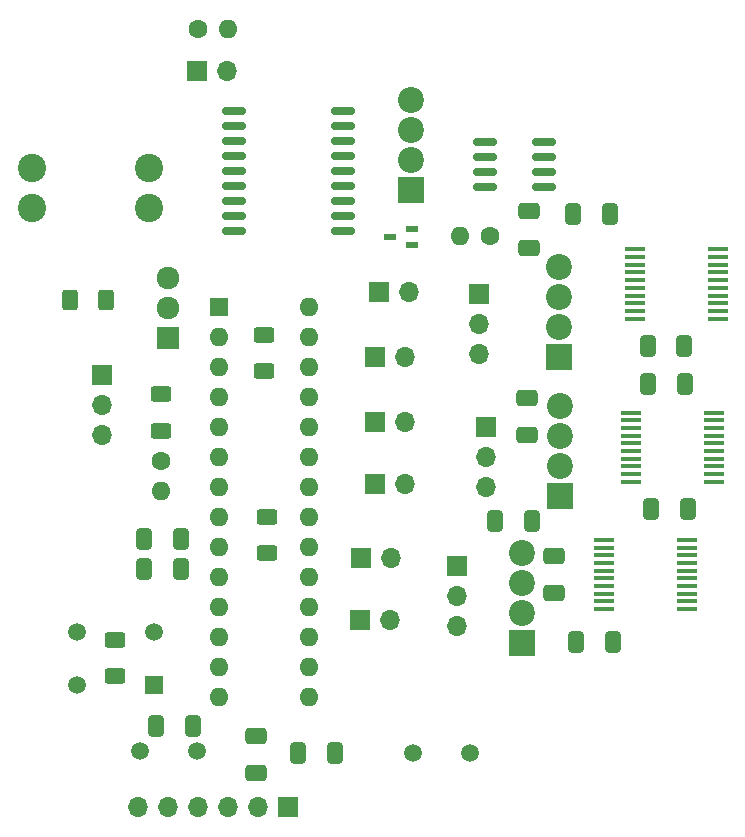
<source format=gbr>
%TF.GenerationSoftware,KiCad,Pcbnew,8.0.1-rc1*%
%TF.CreationDate,2024-05-25T10:36:43-07:00*%
%TF.ProjectId,AMS - CANBus Sensor - Temperature,414d5320-2d20-4434-914e-427573205365,rev?*%
%TF.SameCoordinates,Original*%
%TF.FileFunction,Soldermask,Bot*%
%TF.FilePolarity,Negative*%
%FSLAX46Y46*%
G04 Gerber Fmt 4.6, Leading zero omitted, Abs format (unit mm)*
G04 Created by KiCad (PCBNEW 8.0.1-rc1) date 2024-05-25 10:36:43*
%MOMM*%
%LPD*%
G01*
G04 APERTURE LIST*
G04 Aperture macros list*
%AMRoundRect*
0 Rectangle with rounded corners*
0 $1 Rounding radius*
0 $2 $3 $4 $5 $6 $7 $8 $9 X,Y pos of 4 corners*
0 Add a 4 corners polygon primitive as box body*
4,1,4,$2,$3,$4,$5,$6,$7,$8,$9,$2,$3,0*
0 Add four circle primitives for the rounded corners*
1,1,$1+$1,$2,$3*
1,1,$1+$1,$4,$5*
1,1,$1+$1,$6,$7*
1,1,$1+$1,$8,$9*
0 Add four rect primitives between the rounded corners*
20,1,$1+$1,$2,$3,$4,$5,0*
20,1,$1+$1,$4,$5,$6,$7,0*
20,1,$1+$1,$6,$7,$8,$9,0*
20,1,$1+$1,$8,$9,$2,$3,0*%
G04 Aperture macros list end*
%ADD10R,1.700000X1.700000*%
%ADD11O,1.700000X1.700000*%
%ADD12C,1.600000*%
%ADD13O,1.600000X1.600000*%
%ADD14R,2.200000X2.200000*%
%ADD15C,2.200000*%
%ADD16C,2.400000*%
%ADD17R,1.600000X1.600000*%
%ADD18R,1.920000X1.920000*%
%ADD19C,1.920000*%
%ADD20C,1.500000*%
%ADD21R,1.500000X1.500000*%
%ADD22RoundRect,0.250000X-0.650000X0.412500X-0.650000X-0.412500X0.650000X-0.412500X0.650000X0.412500X0*%
%ADD23RoundRect,0.150000X0.825000X0.150000X-0.825000X0.150000X-0.825000X-0.150000X0.825000X-0.150000X0*%
%ADD24R,1.705000X0.450000*%
%ADD25RoundRect,0.250000X0.400000X0.625000X-0.400000X0.625000X-0.400000X-0.625000X0.400000X-0.625000X0*%
%ADD26RoundRect,0.250000X-0.412500X-0.650000X0.412500X-0.650000X0.412500X0.650000X-0.412500X0.650000X0*%
%ADD27RoundRect,0.250000X0.650000X-0.412500X0.650000X0.412500X-0.650000X0.412500X-0.650000X-0.412500X0*%
%ADD28RoundRect,0.250000X-0.625000X0.400000X-0.625000X-0.400000X0.625000X-0.400000X0.625000X0.400000X0*%
%ADD29RoundRect,0.250000X0.412500X0.650000X-0.412500X0.650000X-0.412500X-0.650000X0.412500X-0.650000X0*%
%ADD30RoundRect,0.150000X0.875000X0.150000X-0.875000X0.150000X-0.875000X-0.150000X0.875000X-0.150000X0*%
%ADD31RoundRect,0.250000X0.625000X-0.400000X0.625000X0.400000X-0.625000X0.400000X-0.625000X-0.400000X0*%
%ADD32R,1.000000X0.550000*%
G04 APERTURE END LIST*
D10*
%TO.C,J2*%
X154427100Y-80520700D03*
D11*
X156967100Y-80520700D03*
%TD*%
D10*
%TO.C,J10*%
X154147400Y-96704500D03*
D11*
X156687400Y-96704500D03*
%TD*%
D12*
%TO.C,R7*%
X139116100Y-58260700D03*
D13*
X141656100Y-58260700D03*
%TD*%
D14*
%TO.C,J1*%
X157148000Y-71872800D03*
D15*
X157148000Y-69332800D03*
X157148000Y-66792800D03*
X157148000Y-64252800D03*
%TD*%
D12*
%TO.C,NTC1*%
X135965600Y-94809500D03*
D13*
X135965600Y-97349500D03*
%TD*%
D10*
%TO.C,J3*%
X146767300Y-124094700D03*
D11*
X144227300Y-124094700D03*
X141687300Y-124094700D03*
X139147300Y-124094700D03*
X136607300Y-124094700D03*
X134067300Y-124094700D03*
%TD*%
D14*
%TO.C,J15*%
X169777600Y-97738800D03*
D15*
X169777600Y-95198800D03*
X169777600Y-92658800D03*
X169777600Y-90118800D03*
%TD*%
D10*
%TO.C,J7*%
X154091800Y-85981100D03*
D11*
X156631800Y-85981100D03*
%TD*%
D16*
%TO.C,U5*%
X134999500Y-70018000D03*
X134999500Y-73418000D03*
X125079500Y-70018000D03*
X125079500Y-73418000D03*
%TD*%
D10*
%TO.C,J8*%
X154099500Y-91526100D03*
D11*
X156639500Y-91526100D03*
%TD*%
D12*
%TO.C,R6*%
X163881700Y-75743400D03*
D13*
X161341700Y-75743400D03*
%TD*%
D14*
%TO.C,J14*%
X169740800Y-86017900D03*
D15*
X169740800Y-83477900D03*
X169740800Y-80937900D03*
X169740800Y-78397900D03*
%TD*%
D14*
%TO.C,J16*%
X166572100Y-110206600D03*
D15*
X166572100Y-107666600D03*
X166572100Y-105126600D03*
X166572100Y-102586600D03*
%TD*%
D10*
%TO.C,Powerboard1*%
X130976300Y-87552600D03*
D11*
X130976300Y-90092600D03*
X130976300Y-92632600D03*
%TD*%
D10*
%TO.C,J9*%
X163522200Y-91904000D03*
D11*
X163522200Y-94444000D03*
X163522200Y-96984000D03*
%TD*%
D17*
%TO.C,U2*%
X140929500Y-81761800D03*
D13*
X140929500Y-84301800D03*
X140929500Y-86841800D03*
X140929500Y-89381800D03*
X140929500Y-91921800D03*
X140929500Y-94461800D03*
X140929500Y-97001800D03*
X140929500Y-99541800D03*
X140929500Y-102081800D03*
X140929500Y-104621800D03*
X140929500Y-107161800D03*
X140929500Y-109701800D03*
X140929500Y-112241800D03*
X140929500Y-114781800D03*
X148549500Y-114781800D03*
X148549500Y-112241800D03*
X148549500Y-109701800D03*
X148549500Y-107161800D03*
X148549500Y-104621800D03*
X148549500Y-102081800D03*
X148549500Y-99541800D03*
X148549500Y-97001800D03*
X148549500Y-94461800D03*
X148549500Y-91921800D03*
X148549500Y-89381800D03*
X148549500Y-86841800D03*
X148549500Y-84301800D03*
X148549500Y-81761800D03*
%TD*%
D10*
%TO.C,J5*%
X139049600Y-61738500D03*
D11*
X141589600Y-61738500D03*
%TD*%
D18*
%TO.C,Q1*%
X136586000Y-84423600D03*
D19*
X136586000Y-81883600D03*
X136586000Y-79343600D03*
%TD*%
D20*
%TO.C,Y2*%
X157308300Y-119543000D03*
X162188300Y-119543000D03*
%TD*%
D21*
%TO.C,Reset1*%
X135385300Y-113752500D03*
D20*
X128885300Y-113752500D03*
X135385300Y-109252500D03*
X128885300Y-109252500D03*
%TD*%
D10*
%TO.C,J6*%
X162905100Y-80664400D03*
D11*
X162905100Y-83204400D03*
X162905100Y-85744400D03*
%TD*%
D20*
%TO.C,Y1*%
X134207200Y-119354100D03*
X139087200Y-119354100D03*
%TD*%
D10*
%TO.C,J12*%
X161047400Y-103693100D03*
D11*
X161047400Y-106233100D03*
X161047400Y-108773100D03*
%TD*%
D10*
%TO.C,J11*%
X152867400Y-108259400D03*
D11*
X155407400Y-108259400D03*
%TD*%
D10*
%TO.C,J13*%
X152903300Y-102979900D03*
D11*
X155443300Y-102979900D03*
%TD*%
D22*
%TO.C,C2*%
X144012200Y-118047000D03*
X144012200Y-121172000D03*
%TD*%
D23*
%TO.C,U4*%
X168429800Y-67769000D03*
X168429800Y-69039000D03*
X168429800Y-70309000D03*
X168429800Y-71579000D03*
X163479800Y-71579000D03*
X163479800Y-70309000D03*
X163479800Y-69039000D03*
X163479800Y-67769000D03*
%TD*%
D24*
%TO.C,IC2*%
X182812600Y-90699400D03*
X182812600Y-91349400D03*
X182812600Y-91999400D03*
X182812600Y-92649400D03*
X182812600Y-93299400D03*
X182812600Y-93949400D03*
X182812600Y-94599400D03*
X182812600Y-95249400D03*
X182812600Y-95899400D03*
X182812600Y-96549400D03*
X175816600Y-96549400D03*
X175816600Y-95899400D03*
X175816600Y-95249400D03*
X175816600Y-94599400D03*
X175816600Y-93949400D03*
X175816600Y-93299400D03*
X175816600Y-92649400D03*
X175816600Y-91999400D03*
X175816600Y-91349400D03*
X175816600Y-90699400D03*
%TD*%
D25*
%TO.C,R1*%
X131364300Y-81129300D03*
X128264300Y-81129300D03*
%TD*%
D26*
%TO.C,C10*%
X177204100Y-85024500D03*
X180329100Y-85024500D03*
%TD*%
D27*
%TO.C,C8*%
X167153400Y-76752400D03*
X167153400Y-73627400D03*
%TD*%
D28*
%TO.C,R4*%
X132096400Y-109912300D03*
X132096400Y-113012300D03*
%TD*%
D29*
%TO.C,C9*%
X173995300Y-73848700D03*
X170870300Y-73848700D03*
%TD*%
%TO.C,C4*%
X150709400Y-119523900D03*
X147584400Y-119523900D03*
%TD*%
D30*
%TO.C,U3*%
X151455100Y-65127000D03*
X151455100Y-66397000D03*
X151455100Y-67667000D03*
X151455100Y-68937000D03*
X151455100Y-70207000D03*
X151455100Y-71477000D03*
X151455100Y-72747000D03*
X151455100Y-74017000D03*
X151455100Y-75287000D03*
X142155100Y-75287000D03*
X142155100Y-74017000D03*
X142155100Y-72747000D03*
X142155100Y-71477000D03*
X142155100Y-70207000D03*
X142155100Y-68937000D03*
X142155100Y-67667000D03*
X142155100Y-66397000D03*
X142155100Y-65127000D03*
%TD*%
D31*
%TO.C,R5*%
X144703000Y-87196800D03*
X144703000Y-84096800D03*
%TD*%
D28*
%TO.C,R3*%
X135973000Y-89148700D03*
X135973000Y-92248700D03*
%TD*%
D24*
%TO.C,IC3*%
X180511900Y-101484500D03*
X180511900Y-102134500D03*
X180511900Y-102784500D03*
X180511900Y-103434500D03*
X180511900Y-104084500D03*
X180511900Y-104734500D03*
X180511900Y-105384500D03*
X180511900Y-106034500D03*
X180511900Y-106684500D03*
X180511900Y-107334500D03*
X173515900Y-107334500D03*
X173515900Y-106684500D03*
X173515900Y-106034500D03*
X173515900Y-105384500D03*
X173515900Y-104734500D03*
X173515900Y-104084500D03*
X173515900Y-103434500D03*
X173515900Y-102784500D03*
X173515900Y-102134500D03*
X173515900Y-101484500D03*
%TD*%
D29*
%TO.C,C1*%
X138717100Y-117199700D03*
X135592100Y-117199700D03*
%TD*%
D22*
%TO.C,C15*%
X169251600Y-102830600D03*
X169251600Y-105955600D03*
%TD*%
D28*
%TO.C,R2*%
X144995600Y-99509000D03*
X144995600Y-102609000D03*
%TD*%
D24*
%TO.C,IC1*%
X183151300Y-76886100D03*
X183151300Y-77536100D03*
X183151300Y-78186100D03*
X183151300Y-78836100D03*
X183151300Y-79486100D03*
X183151300Y-80136100D03*
X183151300Y-80786100D03*
X183151300Y-81436100D03*
X183151300Y-82086100D03*
X183151300Y-82736100D03*
X176155300Y-82736100D03*
X176155300Y-82086100D03*
X176155300Y-81436100D03*
X176155300Y-80786100D03*
X176155300Y-80136100D03*
X176155300Y-79486100D03*
X176155300Y-78836100D03*
X176155300Y-78186100D03*
X176155300Y-77536100D03*
X176155300Y-76886100D03*
%TD*%
D22*
%TO.C,C12*%
X166999500Y-89446100D03*
X166999500Y-92571100D03*
%TD*%
D29*
%TO.C,C11*%
X180344900Y-88259800D03*
X177219900Y-88259800D03*
%TD*%
%TO.C,C7*%
X137705500Y-103901700D03*
X134580500Y-103901700D03*
%TD*%
D26*
%TO.C,C13*%
X177518600Y-98878600D03*
X180643600Y-98878600D03*
%TD*%
D32*
%TO.C,D1*%
X157281400Y-75173600D03*
X157281400Y-76473600D03*
X155381400Y-75823600D03*
%TD*%
D29*
%TO.C,C6*%
X137701800Y-101431800D03*
X134576800Y-101431800D03*
%TD*%
%TO.C,C14*%
X167447900Y-99864000D03*
X164322900Y-99864000D03*
%TD*%
%TO.C,C16*%
X174303100Y-110148000D03*
X171178100Y-110148000D03*
%TD*%
M02*

</source>
